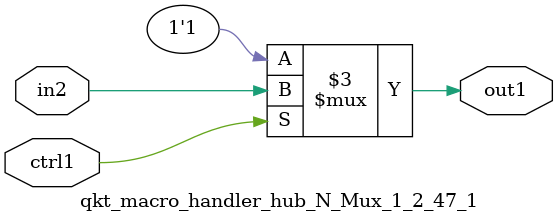
<source format=v>

`timescale 1ps / 1ps


module qkt_macro_handler_hub_N_Mux_1_2_47_1( in2, ctrl1, out1 );

    input in2;
    input ctrl1;
    output out1;
    reg out1;

    
    // rtl_process:qkt_macro_handler_hub_N_Mux_1_2_47_1/qkt_macro_handler_hub_N_Mux_1_2_47_1_thread_1
    always @*
      begin : qkt_macro_handler_hub_N_Mux_1_2_47_1_thread_1
        case (ctrl1) 
          1'b1: 
            begin
              out1 = in2;
            end
          default: 
            begin
              out1 = 1'b1;
            end
        endcase
      end

endmodule



</source>
